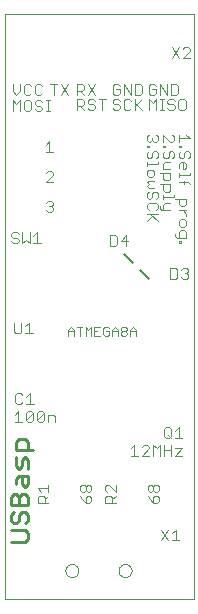
<source format=gto>
G75*
%MOIN*%
%OFA0B0*%
%FSLAX24Y24*%
%IPPOS*%
%LPD*%
%AMOC8*
5,1,8,0,0,1.08239X$1,22.5*
%
%ADD10C,0.0000*%
%ADD11C,0.0040*%
%ADD12C,0.0100*%
%ADD13C,0.0060*%
%ADD14C,0.0030*%
D10*
X000980Y006148D02*
X000980Y025648D01*
X007280Y025648D01*
X007280Y006148D01*
X000980Y006148D01*
X003002Y007109D02*
X003004Y007138D01*
X003010Y007166D01*
X003019Y007194D01*
X003032Y007220D01*
X003049Y007243D01*
X003068Y007265D01*
X003090Y007284D01*
X003115Y007299D01*
X003141Y007312D01*
X003169Y007320D01*
X003197Y007325D01*
X003226Y007326D01*
X003255Y007323D01*
X003283Y007316D01*
X003310Y007306D01*
X003336Y007292D01*
X003359Y007275D01*
X003380Y007255D01*
X003398Y007232D01*
X003413Y007207D01*
X003424Y007180D01*
X003432Y007152D01*
X003436Y007123D01*
X003436Y007095D01*
X003432Y007066D01*
X003424Y007038D01*
X003413Y007011D01*
X003398Y006986D01*
X003380Y006963D01*
X003359Y006943D01*
X003336Y006926D01*
X003310Y006912D01*
X003283Y006902D01*
X003255Y006895D01*
X003226Y006892D01*
X003197Y006893D01*
X003169Y006898D01*
X003141Y006906D01*
X003115Y006919D01*
X003090Y006934D01*
X003068Y006953D01*
X003049Y006975D01*
X003032Y006998D01*
X003019Y007024D01*
X003010Y007052D01*
X003004Y007080D01*
X003002Y007109D01*
X004774Y007109D02*
X004776Y007138D01*
X004782Y007166D01*
X004791Y007194D01*
X004804Y007220D01*
X004821Y007243D01*
X004840Y007265D01*
X004862Y007284D01*
X004887Y007299D01*
X004913Y007312D01*
X004941Y007320D01*
X004969Y007325D01*
X004998Y007326D01*
X005027Y007323D01*
X005055Y007316D01*
X005082Y007306D01*
X005108Y007292D01*
X005131Y007275D01*
X005152Y007255D01*
X005170Y007232D01*
X005185Y007207D01*
X005196Y007180D01*
X005204Y007152D01*
X005208Y007123D01*
X005208Y007095D01*
X005204Y007066D01*
X005196Y007038D01*
X005185Y007011D01*
X005170Y006986D01*
X005152Y006963D01*
X005131Y006943D01*
X005108Y006926D01*
X005082Y006912D01*
X005055Y006902D01*
X005027Y006895D01*
X004998Y006892D01*
X004969Y006893D01*
X004941Y006898D01*
X004913Y006906D01*
X004887Y006919D01*
X004862Y006934D01*
X004840Y006953D01*
X004821Y006975D01*
X004804Y006998D01*
X004791Y007024D01*
X004782Y007052D01*
X004776Y007080D01*
X004774Y007109D01*
D11*
X004685Y009368D02*
X004325Y009368D01*
X004325Y009548D01*
X004385Y009608D01*
X004505Y009608D01*
X004565Y009548D01*
X004565Y009368D01*
X004565Y009488D02*
X004685Y009608D01*
X004685Y009736D02*
X004445Y009976D01*
X004385Y009976D01*
X004325Y009916D01*
X004325Y009796D01*
X004385Y009736D01*
X004685Y009736D02*
X004685Y009976D01*
X005183Y010943D02*
X005424Y010943D01*
X005304Y010943D02*
X005304Y011303D01*
X005183Y011183D01*
X005552Y011243D02*
X005612Y011303D01*
X005732Y011303D01*
X005792Y011243D01*
X005792Y011183D01*
X005552Y010943D01*
X005792Y010943D01*
X005920Y010943D02*
X005920Y011303D01*
X006040Y011183D01*
X006160Y011303D01*
X006160Y010943D01*
X006288Y010943D02*
X006288Y011303D01*
X006288Y011123D02*
X006529Y011123D01*
X006657Y011183D02*
X006897Y011183D01*
X006657Y010943D01*
X006897Y010943D01*
X006897Y011518D02*
X006657Y011518D01*
X006529Y011518D02*
X006408Y011638D01*
X006348Y011518D02*
X006288Y011578D01*
X006288Y011818D01*
X006348Y011878D01*
X006469Y011878D01*
X006529Y011818D01*
X006529Y011578D01*
X006469Y011518D01*
X006348Y011518D01*
X006529Y011303D02*
X006529Y010943D01*
X006777Y011518D02*
X006777Y011878D01*
X006657Y011758D01*
X006050Y009976D02*
X006110Y009916D01*
X006110Y009796D01*
X006050Y009736D01*
X005990Y009736D01*
X005930Y009796D01*
X005930Y009916D01*
X005990Y009976D01*
X006050Y009976D01*
X006050Y009608D02*
X005990Y009608D01*
X005930Y009548D01*
X005930Y009368D01*
X006050Y009368D01*
X006110Y009428D01*
X006110Y009548D01*
X006050Y009608D01*
X005870Y009736D02*
X005810Y009736D01*
X005750Y009796D01*
X005750Y009916D01*
X005810Y009976D01*
X005870Y009976D01*
X005930Y009916D01*
X005930Y009796D02*
X005870Y009736D01*
X005750Y009608D02*
X005810Y009488D01*
X005930Y009368D01*
X006187Y008475D02*
X006427Y008115D01*
X006187Y008115D02*
X006427Y008475D01*
X006555Y008355D02*
X006675Y008475D01*
X006675Y008115D01*
X006555Y008115D02*
X006796Y008115D01*
X006673Y016843D02*
X006493Y016843D01*
X006493Y017203D01*
X006673Y017203D01*
X006733Y017143D01*
X006733Y016903D01*
X006673Y016843D01*
X006861Y016903D02*
X006921Y016843D01*
X007041Y016843D01*
X007101Y016903D01*
X007101Y016963D01*
X007041Y017023D01*
X006981Y017023D01*
X007041Y017023D02*
X007101Y017083D01*
X007101Y017143D01*
X007041Y017203D01*
X006921Y017203D01*
X006861Y017143D01*
X006848Y018020D02*
X006788Y018020D01*
X006788Y018080D01*
X006848Y018080D01*
X006848Y018020D01*
X006788Y018208D02*
X006788Y018388D01*
X006848Y018448D01*
X006968Y018448D01*
X007028Y018388D01*
X007028Y018208D01*
X006727Y018208D01*
X006667Y018268D01*
X006667Y018328D01*
X006848Y018576D02*
X006968Y018576D01*
X007028Y018636D01*
X007028Y018757D01*
X006968Y018817D01*
X006848Y018817D01*
X006788Y018757D01*
X006788Y018636D01*
X006848Y018576D01*
X007028Y019003D02*
X006908Y019124D01*
X006788Y019124D02*
X007028Y019124D01*
X007028Y019003D02*
X007028Y018943D01*
X006968Y019252D02*
X006848Y019252D01*
X006788Y019312D01*
X006788Y019492D01*
X006667Y019492D02*
X007028Y019492D01*
X007028Y019312D01*
X006968Y019252D01*
X006968Y019986D02*
X006968Y020106D01*
X007088Y020046D02*
X007148Y019986D01*
X007088Y020046D02*
X006788Y020046D01*
X006788Y020231D02*
X006788Y020351D01*
X006788Y020291D02*
X007148Y020291D01*
X007148Y020351D01*
X006968Y020479D02*
X007028Y020539D01*
X007028Y020660D01*
X006968Y020720D01*
X006848Y020720D01*
X006788Y020660D01*
X006788Y020539D01*
X006908Y020479D02*
X006908Y020720D01*
X006908Y020848D02*
X006848Y020848D01*
X006788Y020908D01*
X006788Y021028D01*
X006848Y021088D01*
X006848Y021212D02*
X006788Y021212D01*
X006788Y021272D01*
X006848Y021272D01*
X006848Y021212D01*
X006788Y021400D02*
X006788Y021640D01*
X006788Y021520D02*
X007148Y021520D01*
X007028Y021640D01*
X007028Y021088D02*
X006968Y021028D01*
X006968Y020908D01*
X006908Y020848D01*
X006908Y020479D02*
X006968Y020479D01*
X007088Y020848D02*
X007148Y020908D01*
X007148Y021028D01*
X007088Y021088D01*
X007028Y021088D01*
X006950Y022468D02*
X006830Y022468D01*
X006770Y022528D01*
X006770Y022768D01*
X006830Y022828D01*
X006950Y022828D01*
X007010Y022768D01*
X007010Y022528D01*
X006950Y022468D01*
X006689Y022968D02*
X006749Y023028D01*
X006749Y023268D01*
X006689Y023328D01*
X006509Y023328D01*
X006509Y022968D01*
X006689Y022968D01*
X006582Y022828D02*
X006642Y022768D01*
X006582Y022828D02*
X006461Y022828D01*
X006401Y022768D01*
X006401Y022708D01*
X006461Y022648D01*
X006582Y022648D01*
X006642Y022588D01*
X006642Y022528D01*
X006582Y022468D01*
X006461Y022468D01*
X006401Y022528D01*
X006381Y022968D02*
X006381Y023328D01*
X006141Y023328D02*
X006381Y022968D01*
X006276Y022828D02*
X006156Y022828D01*
X006216Y022828D02*
X006216Y022468D01*
X006156Y022468D02*
X006276Y022468D01*
X006141Y022968D02*
X006141Y023328D01*
X006013Y023268D02*
X005953Y023328D01*
X005833Y023328D01*
X005773Y023268D01*
X005773Y023028D01*
X005833Y022968D01*
X005953Y022968D01*
X006013Y023028D01*
X006013Y023148D01*
X005893Y023148D01*
X005788Y022828D02*
X005908Y022708D01*
X006028Y022828D01*
X006028Y022468D01*
X005788Y022468D02*
X005788Y022828D01*
X005552Y022828D02*
X005312Y022588D01*
X005372Y022648D02*
X005552Y022468D01*
X005492Y022968D02*
X005552Y023028D01*
X005552Y023268D01*
X005492Y023328D01*
X005312Y023328D01*
X005312Y022968D01*
X005492Y022968D01*
X005312Y022828D02*
X005312Y022468D01*
X005184Y022528D02*
X005123Y022468D01*
X005003Y022468D01*
X004943Y022528D01*
X004943Y022768D01*
X005003Y022828D01*
X005123Y022828D01*
X005184Y022768D01*
X005184Y022968D02*
X005184Y023328D01*
X004943Y023328D02*
X005184Y022968D01*
X004943Y022968D02*
X004943Y023328D01*
X004815Y023268D02*
X004755Y023328D01*
X004635Y023328D01*
X004575Y023268D01*
X004575Y023028D01*
X004635Y022968D01*
X004755Y022968D01*
X004815Y023028D01*
X004815Y023148D01*
X004695Y023148D01*
X004635Y022828D02*
X004575Y022768D01*
X004575Y022708D01*
X004635Y022648D01*
X004755Y022648D01*
X004815Y022588D01*
X004815Y022528D01*
X004755Y022468D01*
X004635Y022468D01*
X004575Y022528D01*
X004635Y022828D02*
X004755Y022828D01*
X004815Y022768D01*
X004352Y022828D02*
X004112Y022828D01*
X003984Y022768D02*
X003923Y022828D01*
X003803Y022828D01*
X003743Y022768D01*
X003743Y022708D01*
X003803Y022648D01*
X003923Y022648D01*
X003984Y022588D01*
X003984Y022528D01*
X003923Y022468D01*
X003803Y022468D01*
X003743Y022528D01*
X003743Y022968D02*
X003984Y023328D01*
X003743Y023328D02*
X003984Y022968D01*
X004232Y022828D02*
X004232Y022468D01*
X003615Y022468D02*
X003495Y022588D01*
X003555Y022588D02*
X003375Y022588D01*
X003375Y022468D02*
X003375Y022828D01*
X003555Y022828D01*
X003615Y022768D01*
X003615Y022648D01*
X003555Y022588D01*
X003615Y022968D02*
X003495Y023088D01*
X003555Y023088D02*
X003375Y023088D01*
X003375Y022968D02*
X003375Y023328D01*
X003555Y023328D01*
X003615Y023268D01*
X003615Y023148D01*
X003555Y023088D01*
X003096Y022968D02*
X002856Y023328D01*
X002728Y023328D02*
X002488Y023328D01*
X002608Y023328D02*
X002608Y022968D01*
X002475Y022778D02*
X002355Y022778D01*
X002415Y022778D02*
X002415Y022418D01*
X002355Y022418D02*
X002475Y022418D01*
X002227Y022478D02*
X002167Y022418D01*
X002047Y022418D01*
X001987Y022478D01*
X002047Y022598D02*
X002167Y022598D01*
X002227Y022538D01*
X002227Y022478D01*
X002227Y022718D02*
X002167Y022778D01*
X002047Y022778D01*
X001987Y022718D01*
X001987Y022658D01*
X002047Y022598D01*
X002047Y022968D02*
X002167Y022968D01*
X002227Y023028D01*
X002227Y023268D02*
X002167Y023328D01*
X002047Y023328D01*
X001987Y023268D01*
X001987Y023028D01*
X002047Y022968D01*
X001859Y023028D02*
X001798Y022968D01*
X001678Y022968D01*
X001618Y023028D01*
X001618Y023268D01*
X001678Y023328D01*
X001798Y023328D01*
X001859Y023268D01*
X001798Y022778D02*
X001859Y022718D01*
X001859Y022478D01*
X001798Y022418D01*
X001678Y022418D01*
X001618Y022478D01*
X001618Y022718D01*
X001678Y022778D01*
X001798Y022778D01*
X001490Y022778D02*
X001490Y022418D01*
X001370Y022658D02*
X001490Y022778D01*
X001370Y022968D02*
X001490Y023088D01*
X001490Y023328D01*
X001250Y023088D02*
X001370Y022968D01*
X001250Y023088D02*
X001250Y023328D01*
X001250Y022778D02*
X001370Y022658D01*
X001250Y022778D02*
X001250Y022418D01*
X002350Y021308D02*
X002470Y021428D01*
X002470Y021068D01*
X002350Y021068D02*
X002590Y021068D01*
X002530Y020428D02*
X002410Y020428D01*
X002350Y020368D01*
X002590Y020308D02*
X002350Y020068D01*
X002590Y020068D01*
X002590Y020308D02*
X002590Y020368D01*
X002530Y020428D01*
X002530Y019428D02*
X002410Y019428D01*
X002350Y019368D01*
X002470Y019248D02*
X002530Y019248D01*
X002590Y019188D01*
X002590Y019128D01*
X002530Y019068D01*
X002410Y019068D01*
X002350Y019128D01*
X002530Y019248D02*
X002590Y019308D01*
X002590Y019368D01*
X002530Y019428D01*
X002177Y018018D02*
X001937Y018018D01*
X002057Y018018D02*
X002057Y018378D01*
X001937Y018258D01*
X001809Y018378D02*
X001809Y018018D01*
X001688Y018138D01*
X001568Y018018D01*
X001568Y018378D01*
X001440Y018318D02*
X001380Y018378D01*
X001260Y018378D01*
X001200Y018318D01*
X001200Y018258D01*
X001260Y018198D01*
X001380Y018198D01*
X001440Y018138D01*
X001440Y018078D01*
X001380Y018018D01*
X001260Y018018D01*
X001200Y018078D01*
X001298Y015373D02*
X001298Y015073D01*
X001358Y015013D01*
X001478Y015013D01*
X001538Y015073D01*
X001538Y015373D01*
X001666Y015253D02*
X001787Y015373D01*
X001787Y015013D01*
X001907Y015013D02*
X001666Y015013D01*
X001512Y013028D02*
X001392Y013028D01*
X001332Y012968D01*
X001332Y012728D01*
X001392Y012668D01*
X001512Y012668D01*
X001572Y012728D01*
X001700Y012668D02*
X001941Y012668D01*
X001821Y012668D02*
X001821Y013028D01*
X001700Y012908D01*
X001572Y012968D02*
X001512Y013028D01*
X001434Y012425D02*
X001434Y012064D01*
X001314Y012064D02*
X001555Y012064D01*
X001683Y012124D02*
X001923Y012365D01*
X001923Y012124D01*
X001863Y012064D01*
X001743Y012064D01*
X001683Y012124D01*
X001683Y012365D01*
X001743Y012425D01*
X001863Y012425D01*
X001923Y012365D01*
X002051Y012365D02*
X002111Y012425D01*
X002231Y012425D01*
X002291Y012365D01*
X002051Y012124D01*
X002111Y012064D01*
X002231Y012064D01*
X002291Y012124D01*
X002291Y012365D01*
X002419Y012305D02*
X002419Y012064D01*
X002419Y012305D02*
X002599Y012305D01*
X002659Y012244D01*
X002659Y012064D01*
X002435Y009976D02*
X002435Y009736D01*
X002435Y009856D02*
X002075Y009856D01*
X002195Y009736D01*
X002135Y009608D02*
X002255Y009608D01*
X002315Y009548D01*
X002315Y009368D01*
X002315Y009488D02*
X002435Y009608D01*
X002435Y009368D02*
X002075Y009368D01*
X002075Y009548D01*
X002135Y009608D01*
X002051Y012124D02*
X002051Y012365D01*
X001434Y012425D02*
X001314Y012305D01*
X003560Y009976D02*
X003500Y009916D01*
X003500Y009796D01*
X003560Y009736D01*
X003620Y009736D01*
X003680Y009796D01*
X003680Y009916D01*
X003740Y009976D01*
X003800Y009976D01*
X003860Y009916D01*
X003860Y009796D01*
X003800Y009736D01*
X003740Y009736D01*
X003680Y009796D01*
X003680Y009916D02*
X003620Y009976D01*
X003560Y009976D01*
X003500Y009608D02*
X003560Y009488D01*
X003680Y009368D01*
X003680Y009548D01*
X003740Y009608D01*
X003800Y009608D01*
X003860Y009548D01*
X003860Y009428D01*
X003800Y009368D01*
X003680Y009368D01*
X004482Y017918D02*
X004662Y017918D01*
X004722Y017978D01*
X004722Y018218D01*
X004662Y018278D01*
X004482Y018278D01*
X004482Y017918D01*
X004850Y018098D02*
X005091Y018098D01*
X005031Y017918D02*
X005031Y018278D01*
X004850Y018098D01*
X005713Y018761D02*
X005893Y018941D01*
X005833Y019001D02*
X006073Y018761D01*
X006073Y019001D02*
X005713Y019001D01*
X005773Y019129D02*
X005713Y019189D01*
X005713Y019309D01*
X005773Y019369D01*
X006013Y019369D01*
X006073Y019309D01*
X006073Y019189D01*
X006013Y019129D01*
X006013Y019497D02*
X006073Y019557D01*
X006073Y019677D01*
X006013Y019737D01*
X005953Y019737D01*
X005893Y019677D01*
X005893Y019557D01*
X005833Y019497D01*
X005773Y019497D01*
X005713Y019557D01*
X005713Y019677D01*
X005773Y019737D01*
X005773Y019866D02*
X005953Y019866D01*
X005953Y020106D02*
X005773Y020106D01*
X005713Y020046D01*
X005773Y019986D01*
X005713Y019926D01*
X005773Y019866D01*
X005773Y020234D02*
X005893Y020234D01*
X005953Y020294D01*
X005953Y020414D01*
X005893Y020474D01*
X005773Y020474D01*
X005713Y020414D01*
X005713Y020294D01*
X005773Y020234D01*
X005713Y020599D02*
X005713Y020720D01*
X005713Y020660D02*
X006073Y020660D01*
X006073Y020720D01*
X006013Y020848D02*
X006073Y020908D01*
X006073Y021028D01*
X006013Y021088D01*
X005953Y021088D01*
X005893Y021028D01*
X005893Y020908D01*
X005833Y020848D01*
X005773Y020848D01*
X005713Y020908D01*
X005713Y021028D01*
X005773Y021088D01*
X005773Y021212D02*
X005713Y021212D01*
X005713Y021272D01*
X005773Y021272D01*
X005773Y021212D01*
X005773Y021400D02*
X005713Y021460D01*
X005713Y021580D01*
X005773Y021640D01*
X005893Y021460D02*
X005833Y021400D01*
X005773Y021400D01*
X005893Y021460D02*
X005893Y021520D01*
X005893Y021460D02*
X005953Y021400D01*
X006013Y021400D01*
X006073Y021460D01*
X006073Y021580D01*
X006013Y021640D01*
X006263Y021640D02*
X006263Y021400D01*
X006263Y021272D02*
X006263Y021212D01*
X006323Y021212D01*
X006323Y021272D01*
X006263Y021272D01*
X006323Y021088D02*
X006263Y021028D01*
X006263Y020908D01*
X006323Y020848D01*
X006383Y020848D01*
X006443Y020908D01*
X006443Y021028D01*
X006503Y021088D01*
X006563Y021088D01*
X006623Y021028D01*
X006623Y020908D01*
X006563Y020848D01*
X006503Y020720D02*
X006323Y020720D01*
X006263Y020660D01*
X006263Y020479D01*
X006503Y020479D01*
X006503Y020351D02*
X006503Y020171D01*
X006443Y020111D01*
X006323Y020111D01*
X006263Y020171D01*
X006263Y020351D01*
X006142Y020351D02*
X006503Y020351D01*
X006503Y019983D02*
X006503Y019803D01*
X006443Y019743D01*
X006323Y019743D01*
X006263Y019803D01*
X006263Y019983D01*
X006142Y019983D02*
X006503Y019983D01*
X006623Y019615D02*
X006623Y019555D01*
X006263Y019555D01*
X006263Y019615D02*
X006263Y019495D01*
X006323Y019369D02*
X006263Y019309D01*
X006263Y019129D01*
X006202Y019129D02*
X006142Y019189D01*
X006142Y019249D01*
X006202Y019129D02*
X006503Y019129D01*
X006503Y019369D02*
X006323Y019369D01*
X006503Y021400D02*
X006563Y021400D01*
X006623Y021460D01*
X006623Y021580D01*
X006563Y021640D01*
X006503Y021400D02*
X006263Y021640D01*
X006540Y024193D02*
X006780Y024553D01*
X006908Y024493D02*
X006968Y024553D01*
X007088Y024553D01*
X007149Y024493D01*
X007149Y024433D01*
X006908Y024193D01*
X007149Y024193D01*
X006780Y024193D02*
X006540Y024553D01*
X003096Y023328D02*
X002856Y022968D01*
D12*
X001649Y011485D02*
X001462Y011485D01*
X001369Y011392D01*
X001369Y011111D01*
X001929Y011111D01*
X001743Y011111D02*
X001743Y011392D01*
X001649Y011485D01*
X001649Y010877D02*
X001556Y010784D01*
X001556Y010597D01*
X001462Y010504D01*
X001369Y010597D01*
X001369Y010877D01*
X001462Y010270D02*
X001369Y010176D01*
X001369Y009989D01*
X001462Y010270D02*
X001743Y010270D01*
X001743Y009989D01*
X001649Y009896D01*
X001556Y009989D01*
X001556Y010270D01*
X001743Y010784D02*
X001649Y010877D01*
X001743Y010784D02*
X001743Y010504D01*
X001649Y009662D02*
X001556Y009662D01*
X001462Y009569D01*
X001462Y009288D01*
X001556Y009054D02*
X001462Y008961D01*
X001462Y008774D01*
X001369Y008681D01*
X001275Y008681D01*
X001182Y008774D01*
X001182Y008961D01*
X001275Y009054D01*
X001182Y009288D02*
X001182Y009569D01*
X001275Y009662D01*
X001369Y009662D01*
X001462Y009569D01*
X001649Y009662D02*
X001743Y009569D01*
X001743Y009288D01*
X001182Y009288D01*
X001182Y008447D02*
X001649Y008447D01*
X001743Y008353D01*
X001743Y008166D01*
X001649Y008073D01*
X001182Y008073D01*
X001556Y009054D02*
X001649Y009054D01*
X001743Y008961D01*
X001743Y008774D01*
X001649Y008681D01*
D13*
X005265Y017363D02*
X004965Y017663D01*
X005495Y017113D02*
X005795Y016813D01*
D14*
X005244Y015228D02*
X005340Y015131D01*
X005340Y014938D01*
X005340Y015083D02*
X005147Y015083D01*
X005147Y015131D02*
X005244Y015228D01*
X005147Y015131D02*
X005147Y014938D01*
X005046Y014986D02*
X005046Y015034D01*
X004997Y015083D01*
X004901Y015083D01*
X004852Y015131D01*
X004852Y015180D01*
X004901Y015228D01*
X004997Y015228D01*
X005046Y015180D01*
X005046Y015131D01*
X004997Y015083D01*
X004901Y015083D02*
X004852Y015034D01*
X004852Y014986D01*
X004901Y014938D01*
X004997Y014938D01*
X005046Y014986D01*
X004751Y014938D02*
X004751Y015131D01*
X004654Y015228D01*
X004558Y015131D01*
X004558Y014938D01*
X004558Y015083D02*
X004751Y015083D01*
X004456Y015083D02*
X004456Y014986D01*
X004408Y014938D01*
X004311Y014938D01*
X004263Y014986D01*
X004263Y015180D01*
X004311Y015228D01*
X004408Y015228D01*
X004456Y015180D01*
X004456Y015083D02*
X004360Y015083D01*
X004162Y015228D02*
X003968Y015228D01*
X003968Y014938D01*
X004162Y014938D01*
X004065Y015083D02*
X003968Y015083D01*
X003867Y015228D02*
X003867Y014938D01*
X003770Y015131D02*
X003867Y015228D01*
X003770Y015131D02*
X003674Y015228D01*
X003674Y014938D01*
X003572Y015228D02*
X003379Y015228D01*
X003278Y015131D02*
X003278Y014938D01*
X003278Y015083D02*
X003084Y015083D01*
X003084Y015131D02*
X003181Y015228D01*
X003278Y015131D01*
X003084Y015131D02*
X003084Y014938D01*
X003476Y014938D02*
X003476Y015228D01*
M02*

</source>
